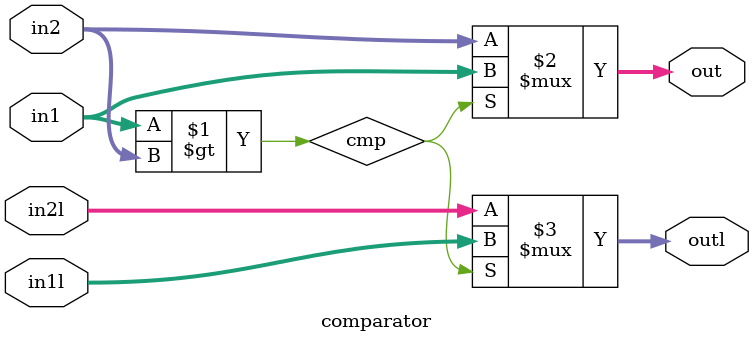
<source format=v>
module comparator(in1, in1l, in2, in2l, out, outl);

  input   [7:0] in1, in2;
  input   [4:0] in1l, in2l;
  output  [7:0] out;
  output  [4:0] outl;

  wire cmp;

  assign cmp = in1 > in2;
  assign out = cmp ? in1 : in2;
  assign outl = cmp ? in1l : in2l;

endmodule

</source>
